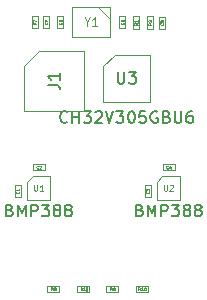
<source format=gbr>
%TF.GenerationSoftware,KiCad,Pcbnew,8.0.6-8.0.6-0~ubuntu20.04.1*%
%TF.CreationDate,2024-11-07T01:45:43+05:00*%
%TF.ProjectId,AH3,4148332e-6b69-4636-9164-5f7063625858,rev?*%
%TF.SameCoordinates,Original*%
%TF.FileFunction,AssemblyDrawing,Top*%
%FSLAX46Y46*%
G04 Gerber Fmt 4.6, Leading zero omitted, Abs format (unit mm)*
G04 Created by KiCad (PCBNEW 8.0.6-8.0.6-0~ubuntu20.04.1) date 2024-11-07 01:45:43*
%MOMM*%
%LPD*%
G01*
G04 APERTURE LIST*
%ADD10C,0.150000*%
%ADD11C,0.040000*%
%ADD12C,0.080000*%
%ADD13C,0.105000*%
%ADD14C,0.100000*%
G04 APERTURE END LIST*
D10*
X133938690Y-91389580D02*
X133891071Y-91437200D01*
X133891071Y-91437200D02*
X133748214Y-91484819D01*
X133748214Y-91484819D02*
X133652976Y-91484819D01*
X133652976Y-91484819D02*
X133510119Y-91437200D01*
X133510119Y-91437200D02*
X133414881Y-91341961D01*
X133414881Y-91341961D02*
X133367262Y-91246723D01*
X133367262Y-91246723D02*
X133319643Y-91056247D01*
X133319643Y-91056247D02*
X133319643Y-90913390D01*
X133319643Y-90913390D02*
X133367262Y-90722914D01*
X133367262Y-90722914D02*
X133414881Y-90627676D01*
X133414881Y-90627676D02*
X133510119Y-90532438D01*
X133510119Y-90532438D02*
X133652976Y-90484819D01*
X133652976Y-90484819D02*
X133748214Y-90484819D01*
X133748214Y-90484819D02*
X133891071Y-90532438D01*
X133891071Y-90532438D02*
X133938690Y-90580057D01*
X134367262Y-91484819D02*
X134367262Y-90484819D01*
X134367262Y-90961009D02*
X134938690Y-90961009D01*
X134938690Y-91484819D02*
X134938690Y-90484819D01*
X135319643Y-90484819D02*
X135938690Y-90484819D01*
X135938690Y-90484819D02*
X135605357Y-90865771D01*
X135605357Y-90865771D02*
X135748214Y-90865771D01*
X135748214Y-90865771D02*
X135843452Y-90913390D01*
X135843452Y-90913390D02*
X135891071Y-90961009D01*
X135891071Y-90961009D02*
X135938690Y-91056247D01*
X135938690Y-91056247D02*
X135938690Y-91294342D01*
X135938690Y-91294342D02*
X135891071Y-91389580D01*
X135891071Y-91389580D02*
X135843452Y-91437200D01*
X135843452Y-91437200D02*
X135748214Y-91484819D01*
X135748214Y-91484819D02*
X135462500Y-91484819D01*
X135462500Y-91484819D02*
X135367262Y-91437200D01*
X135367262Y-91437200D02*
X135319643Y-91389580D01*
X136319643Y-90580057D02*
X136367262Y-90532438D01*
X136367262Y-90532438D02*
X136462500Y-90484819D01*
X136462500Y-90484819D02*
X136700595Y-90484819D01*
X136700595Y-90484819D02*
X136795833Y-90532438D01*
X136795833Y-90532438D02*
X136843452Y-90580057D01*
X136843452Y-90580057D02*
X136891071Y-90675295D01*
X136891071Y-90675295D02*
X136891071Y-90770533D01*
X136891071Y-90770533D02*
X136843452Y-90913390D01*
X136843452Y-90913390D02*
X136272024Y-91484819D01*
X136272024Y-91484819D02*
X136891071Y-91484819D01*
X137176786Y-90484819D02*
X137510119Y-91484819D01*
X137510119Y-91484819D02*
X137843452Y-90484819D01*
X138081548Y-90484819D02*
X138700595Y-90484819D01*
X138700595Y-90484819D02*
X138367262Y-90865771D01*
X138367262Y-90865771D02*
X138510119Y-90865771D01*
X138510119Y-90865771D02*
X138605357Y-90913390D01*
X138605357Y-90913390D02*
X138652976Y-90961009D01*
X138652976Y-90961009D02*
X138700595Y-91056247D01*
X138700595Y-91056247D02*
X138700595Y-91294342D01*
X138700595Y-91294342D02*
X138652976Y-91389580D01*
X138652976Y-91389580D02*
X138605357Y-91437200D01*
X138605357Y-91437200D02*
X138510119Y-91484819D01*
X138510119Y-91484819D02*
X138224405Y-91484819D01*
X138224405Y-91484819D02*
X138129167Y-91437200D01*
X138129167Y-91437200D02*
X138081548Y-91389580D01*
X139319643Y-90484819D02*
X139414881Y-90484819D01*
X139414881Y-90484819D02*
X139510119Y-90532438D01*
X139510119Y-90532438D02*
X139557738Y-90580057D01*
X139557738Y-90580057D02*
X139605357Y-90675295D01*
X139605357Y-90675295D02*
X139652976Y-90865771D01*
X139652976Y-90865771D02*
X139652976Y-91103866D01*
X139652976Y-91103866D02*
X139605357Y-91294342D01*
X139605357Y-91294342D02*
X139557738Y-91389580D01*
X139557738Y-91389580D02*
X139510119Y-91437200D01*
X139510119Y-91437200D02*
X139414881Y-91484819D01*
X139414881Y-91484819D02*
X139319643Y-91484819D01*
X139319643Y-91484819D02*
X139224405Y-91437200D01*
X139224405Y-91437200D02*
X139176786Y-91389580D01*
X139176786Y-91389580D02*
X139129167Y-91294342D01*
X139129167Y-91294342D02*
X139081548Y-91103866D01*
X139081548Y-91103866D02*
X139081548Y-90865771D01*
X139081548Y-90865771D02*
X139129167Y-90675295D01*
X139129167Y-90675295D02*
X139176786Y-90580057D01*
X139176786Y-90580057D02*
X139224405Y-90532438D01*
X139224405Y-90532438D02*
X139319643Y-90484819D01*
X140557738Y-90484819D02*
X140081548Y-90484819D01*
X140081548Y-90484819D02*
X140033929Y-90961009D01*
X140033929Y-90961009D02*
X140081548Y-90913390D01*
X140081548Y-90913390D02*
X140176786Y-90865771D01*
X140176786Y-90865771D02*
X140414881Y-90865771D01*
X140414881Y-90865771D02*
X140510119Y-90913390D01*
X140510119Y-90913390D02*
X140557738Y-90961009D01*
X140557738Y-90961009D02*
X140605357Y-91056247D01*
X140605357Y-91056247D02*
X140605357Y-91294342D01*
X140605357Y-91294342D02*
X140557738Y-91389580D01*
X140557738Y-91389580D02*
X140510119Y-91437200D01*
X140510119Y-91437200D02*
X140414881Y-91484819D01*
X140414881Y-91484819D02*
X140176786Y-91484819D01*
X140176786Y-91484819D02*
X140081548Y-91437200D01*
X140081548Y-91437200D02*
X140033929Y-91389580D01*
X141557738Y-90532438D02*
X141462500Y-90484819D01*
X141462500Y-90484819D02*
X141319643Y-90484819D01*
X141319643Y-90484819D02*
X141176786Y-90532438D01*
X141176786Y-90532438D02*
X141081548Y-90627676D01*
X141081548Y-90627676D02*
X141033929Y-90722914D01*
X141033929Y-90722914D02*
X140986310Y-90913390D01*
X140986310Y-90913390D02*
X140986310Y-91056247D01*
X140986310Y-91056247D02*
X141033929Y-91246723D01*
X141033929Y-91246723D02*
X141081548Y-91341961D01*
X141081548Y-91341961D02*
X141176786Y-91437200D01*
X141176786Y-91437200D02*
X141319643Y-91484819D01*
X141319643Y-91484819D02*
X141414881Y-91484819D01*
X141414881Y-91484819D02*
X141557738Y-91437200D01*
X141557738Y-91437200D02*
X141605357Y-91389580D01*
X141605357Y-91389580D02*
X141605357Y-91056247D01*
X141605357Y-91056247D02*
X141414881Y-91056247D01*
X142367262Y-90961009D02*
X142510119Y-91008628D01*
X142510119Y-91008628D02*
X142557738Y-91056247D01*
X142557738Y-91056247D02*
X142605357Y-91151485D01*
X142605357Y-91151485D02*
X142605357Y-91294342D01*
X142605357Y-91294342D02*
X142557738Y-91389580D01*
X142557738Y-91389580D02*
X142510119Y-91437200D01*
X142510119Y-91437200D02*
X142414881Y-91484819D01*
X142414881Y-91484819D02*
X142033929Y-91484819D01*
X142033929Y-91484819D02*
X142033929Y-90484819D01*
X142033929Y-90484819D02*
X142367262Y-90484819D01*
X142367262Y-90484819D02*
X142462500Y-90532438D01*
X142462500Y-90532438D02*
X142510119Y-90580057D01*
X142510119Y-90580057D02*
X142557738Y-90675295D01*
X142557738Y-90675295D02*
X142557738Y-90770533D01*
X142557738Y-90770533D02*
X142510119Y-90865771D01*
X142510119Y-90865771D02*
X142462500Y-90913390D01*
X142462500Y-90913390D02*
X142367262Y-90961009D01*
X142367262Y-90961009D02*
X142033929Y-90961009D01*
X143033929Y-90484819D02*
X143033929Y-91294342D01*
X143033929Y-91294342D02*
X143081548Y-91389580D01*
X143081548Y-91389580D02*
X143129167Y-91437200D01*
X143129167Y-91437200D02*
X143224405Y-91484819D01*
X143224405Y-91484819D02*
X143414881Y-91484819D01*
X143414881Y-91484819D02*
X143510119Y-91437200D01*
X143510119Y-91437200D02*
X143557738Y-91389580D01*
X143557738Y-91389580D02*
X143605357Y-91294342D01*
X143605357Y-91294342D02*
X143605357Y-90484819D01*
X144510119Y-90484819D02*
X144319643Y-90484819D01*
X144319643Y-90484819D02*
X144224405Y-90532438D01*
X144224405Y-90532438D02*
X144176786Y-90580057D01*
X144176786Y-90580057D02*
X144081548Y-90722914D01*
X144081548Y-90722914D02*
X144033929Y-90913390D01*
X144033929Y-90913390D02*
X144033929Y-91294342D01*
X144033929Y-91294342D02*
X144081548Y-91389580D01*
X144081548Y-91389580D02*
X144129167Y-91437200D01*
X144129167Y-91437200D02*
X144224405Y-91484819D01*
X144224405Y-91484819D02*
X144414881Y-91484819D01*
X144414881Y-91484819D02*
X144510119Y-91437200D01*
X144510119Y-91437200D02*
X144557738Y-91389580D01*
X144557738Y-91389580D02*
X144605357Y-91294342D01*
X144605357Y-91294342D02*
X144605357Y-91056247D01*
X144605357Y-91056247D02*
X144557738Y-90961009D01*
X144557738Y-90961009D02*
X144510119Y-90913390D01*
X144510119Y-90913390D02*
X144414881Y-90865771D01*
X144414881Y-90865771D02*
X144224405Y-90865771D01*
X144224405Y-90865771D02*
X144129167Y-90913390D01*
X144129167Y-90913390D02*
X144081548Y-90961009D01*
X144081548Y-90961009D02*
X144033929Y-91056247D01*
X138200595Y-87154819D02*
X138200595Y-87964342D01*
X138200595Y-87964342D02*
X138248214Y-88059580D01*
X138248214Y-88059580D02*
X138295833Y-88107200D01*
X138295833Y-88107200D02*
X138391071Y-88154819D01*
X138391071Y-88154819D02*
X138581547Y-88154819D01*
X138581547Y-88154819D02*
X138676785Y-88107200D01*
X138676785Y-88107200D02*
X138724404Y-88059580D01*
X138724404Y-88059580D02*
X138772023Y-87964342D01*
X138772023Y-87964342D02*
X138772023Y-87154819D01*
X139152976Y-87154819D02*
X139772023Y-87154819D01*
X139772023Y-87154819D02*
X139438690Y-87535771D01*
X139438690Y-87535771D02*
X139581547Y-87535771D01*
X139581547Y-87535771D02*
X139676785Y-87583390D01*
X139676785Y-87583390D02*
X139724404Y-87631009D01*
X139724404Y-87631009D02*
X139772023Y-87726247D01*
X139772023Y-87726247D02*
X139772023Y-87964342D01*
X139772023Y-87964342D02*
X139724404Y-88059580D01*
X139724404Y-88059580D02*
X139676785Y-88107200D01*
X139676785Y-88107200D02*
X139581547Y-88154819D01*
X139581547Y-88154819D02*
X139295833Y-88154819D01*
X139295833Y-88154819D02*
X139200595Y-88107200D01*
X139200595Y-88107200D02*
X139152976Y-88059580D01*
D11*
X129839765Y-97291666D02*
X129851670Y-97303570D01*
X129851670Y-97303570D02*
X129863574Y-97339285D01*
X129863574Y-97339285D02*
X129863574Y-97363094D01*
X129863574Y-97363094D02*
X129851670Y-97398808D01*
X129851670Y-97398808D02*
X129827860Y-97422618D01*
X129827860Y-97422618D02*
X129804050Y-97434523D01*
X129804050Y-97434523D02*
X129756431Y-97446427D01*
X129756431Y-97446427D02*
X129720717Y-97446427D01*
X129720717Y-97446427D02*
X129673098Y-97434523D01*
X129673098Y-97434523D02*
X129649289Y-97422618D01*
X129649289Y-97422618D02*
X129625479Y-97398808D01*
X129625479Y-97398808D02*
X129613574Y-97363094D01*
X129613574Y-97363094D02*
X129613574Y-97339285D01*
X129613574Y-97339285D02*
X129625479Y-97303570D01*
X129625479Y-97303570D02*
X129637384Y-97291666D01*
X129863574Y-97053570D02*
X129863574Y-97196427D01*
X129863574Y-97124999D02*
X129613574Y-97124999D01*
X129613574Y-97124999D02*
X129649289Y-97148808D01*
X129649289Y-97148808D02*
X129673098Y-97172618D01*
X129673098Y-97172618D02*
X129685003Y-97196427D01*
X137706667Y-105668200D02*
X137620000Y-105544391D01*
X137558095Y-105668200D02*
X137558095Y-105408200D01*
X137558095Y-105408200D02*
X137657143Y-105408200D01*
X137657143Y-105408200D02*
X137681905Y-105420581D01*
X137681905Y-105420581D02*
X137694286Y-105432962D01*
X137694286Y-105432962D02*
X137706667Y-105457724D01*
X137706667Y-105457724D02*
X137706667Y-105494867D01*
X137706667Y-105494867D02*
X137694286Y-105519629D01*
X137694286Y-105519629D02*
X137681905Y-105532010D01*
X137681905Y-105532010D02*
X137657143Y-105544391D01*
X137657143Y-105544391D02*
X137558095Y-105544391D01*
X137830476Y-105668200D02*
X137880000Y-105668200D01*
X137880000Y-105668200D02*
X137904762Y-105655820D01*
X137904762Y-105655820D02*
X137917143Y-105643439D01*
X137917143Y-105643439D02*
X137941905Y-105606296D01*
X137941905Y-105606296D02*
X137954286Y-105556772D01*
X137954286Y-105556772D02*
X137954286Y-105457724D01*
X137954286Y-105457724D02*
X137941905Y-105432962D01*
X137941905Y-105432962D02*
X137929524Y-105420581D01*
X137929524Y-105420581D02*
X137904762Y-105408200D01*
X137904762Y-105408200D02*
X137855238Y-105408200D01*
X137855238Y-105408200D02*
X137830476Y-105420581D01*
X137830476Y-105420581D02*
X137818095Y-105432962D01*
X137818095Y-105432962D02*
X137805714Y-105457724D01*
X137805714Y-105457724D02*
X137805714Y-105519629D01*
X137805714Y-105519629D02*
X137818095Y-105544391D01*
X137818095Y-105544391D02*
X137830476Y-105556772D01*
X137830476Y-105556772D02*
X137855238Y-105569153D01*
X137855238Y-105569153D02*
X137904762Y-105569153D01*
X137904762Y-105569153D02*
X137929524Y-105556772D01*
X137929524Y-105556772D02*
X137941905Y-105544391D01*
X137941905Y-105544391D02*
X137954286Y-105519629D01*
D10*
X140071428Y-98868509D02*
X140214285Y-98916128D01*
X140214285Y-98916128D02*
X140261904Y-98963747D01*
X140261904Y-98963747D02*
X140309523Y-99058985D01*
X140309523Y-99058985D02*
X140309523Y-99201842D01*
X140309523Y-99201842D02*
X140261904Y-99297080D01*
X140261904Y-99297080D02*
X140214285Y-99344700D01*
X140214285Y-99344700D02*
X140119047Y-99392319D01*
X140119047Y-99392319D02*
X139738095Y-99392319D01*
X139738095Y-99392319D02*
X139738095Y-98392319D01*
X139738095Y-98392319D02*
X140071428Y-98392319D01*
X140071428Y-98392319D02*
X140166666Y-98439938D01*
X140166666Y-98439938D02*
X140214285Y-98487557D01*
X140214285Y-98487557D02*
X140261904Y-98582795D01*
X140261904Y-98582795D02*
X140261904Y-98678033D01*
X140261904Y-98678033D02*
X140214285Y-98773271D01*
X140214285Y-98773271D02*
X140166666Y-98820890D01*
X140166666Y-98820890D02*
X140071428Y-98868509D01*
X140071428Y-98868509D02*
X139738095Y-98868509D01*
X140738095Y-99392319D02*
X140738095Y-98392319D01*
X140738095Y-98392319D02*
X141071428Y-99106604D01*
X141071428Y-99106604D02*
X141404761Y-98392319D01*
X141404761Y-98392319D02*
X141404761Y-99392319D01*
X141880952Y-99392319D02*
X141880952Y-98392319D01*
X141880952Y-98392319D02*
X142261904Y-98392319D01*
X142261904Y-98392319D02*
X142357142Y-98439938D01*
X142357142Y-98439938D02*
X142404761Y-98487557D01*
X142404761Y-98487557D02*
X142452380Y-98582795D01*
X142452380Y-98582795D02*
X142452380Y-98725652D01*
X142452380Y-98725652D02*
X142404761Y-98820890D01*
X142404761Y-98820890D02*
X142357142Y-98868509D01*
X142357142Y-98868509D02*
X142261904Y-98916128D01*
X142261904Y-98916128D02*
X141880952Y-98916128D01*
X142785714Y-98392319D02*
X143404761Y-98392319D01*
X143404761Y-98392319D02*
X143071428Y-98773271D01*
X143071428Y-98773271D02*
X143214285Y-98773271D01*
X143214285Y-98773271D02*
X143309523Y-98820890D01*
X143309523Y-98820890D02*
X143357142Y-98868509D01*
X143357142Y-98868509D02*
X143404761Y-98963747D01*
X143404761Y-98963747D02*
X143404761Y-99201842D01*
X143404761Y-99201842D02*
X143357142Y-99297080D01*
X143357142Y-99297080D02*
X143309523Y-99344700D01*
X143309523Y-99344700D02*
X143214285Y-99392319D01*
X143214285Y-99392319D02*
X142928571Y-99392319D01*
X142928571Y-99392319D02*
X142833333Y-99344700D01*
X142833333Y-99344700D02*
X142785714Y-99297080D01*
X143976190Y-98820890D02*
X143880952Y-98773271D01*
X143880952Y-98773271D02*
X143833333Y-98725652D01*
X143833333Y-98725652D02*
X143785714Y-98630414D01*
X143785714Y-98630414D02*
X143785714Y-98582795D01*
X143785714Y-98582795D02*
X143833333Y-98487557D01*
X143833333Y-98487557D02*
X143880952Y-98439938D01*
X143880952Y-98439938D02*
X143976190Y-98392319D01*
X143976190Y-98392319D02*
X144166666Y-98392319D01*
X144166666Y-98392319D02*
X144261904Y-98439938D01*
X144261904Y-98439938D02*
X144309523Y-98487557D01*
X144309523Y-98487557D02*
X144357142Y-98582795D01*
X144357142Y-98582795D02*
X144357142Y-98630414D01*
X144357142Y-98630414D02*
X144309523Y-98725652D01*
X144309523Y-98725652D02*
X144261904Y-98773271D01*
X144261904Y-98773271D02*
X144166666Y-98820890D01*
X144166666Y-98820890D02*
X143976190Y-98820890D01*
X143976190Y-98820890D02*
X143880952Y-98868509D01*
X143880952Y-98868509D02*
X143833333Y-98916128D01*
X143833333Y-98916128D02*
X143785714Y-99011366D01*
X143785714Y-99011366D02*
X143785714Y-99201842D01*
X143785714Y-99201842D02*
X143833333Y-99297080D01*
X143833333Y-99297080D02*
X143880952Y-99344700D01*
X143880952Y-99344700D02*
X143976190Y-99392319D01*
X143976190Y-99392319D02*
X144166666Y-99392319D01*
X144166666Y-99392319D02*
X144261904Y-99344700D01*
X144261904Y-99344700D02*
X144309523Y-99297080D01*
X144309523Y-99297080D02*
X144357142Y-99201842D01*
X144357142Y-99201842D02*
X144357142Y-99011366D01*
X144357142Y-99011366D02*
X144309523Y-98916128D01*
X144309523Y-98916128D02*
X144261904Y-98868509D01*
X144261904Y-98868509D02*
X144166666Y-98820890D01*
X144928571Y-98820890D02*
X144833333Y-98773271D01*
X144833333Y-98773271D02*
X144785714Y-98725652D01*
X144785714Y-98725652D02*
X144738095Y-98630414D01*
X144738095Y-98630414D02*
X144738095Y-98582795D01*
X144738095Y-98582795D02*
X144785714Y-98487557D01*
X144785714Y-98487557D02*
X144833333Y-98439938D01*
X144833333Y-98439938D02*
X144928571Y-98392319D01*
X144928571Y-98392319D02*
X145119047Y-98392319D01*
X145119047Y-98392319D02*
X145214285Y-98439938D01*
X145214285Y-98439938D02*
X145261904Y-98487557D01*
X145261904Y-98487557D02*
X145309523Y-98582795D01*
X145309523Y-98582795D02*
X145309523Y-98630414D01*
X145309523Y-98630414D02*
X145261904Y-98725652D01*
X145261904Y-98725652D02*
X145214285Y-98773271D01*
X145214285Y-98773271D02*
X145119047Y-98820890D01*
X145119047Y-98820890D02*
X144928571Y-98820890D01*
X144928571Y-98820890D02*
X144833333Y-98868509D01*
X144833333Y-98868509D02*
X144785714Y-98916128D01*
X144785714Y-98916128D02*
X144738095Y-99011366D01*
X144738095Y-99011366D02*
X144738095Y-99201842D01*
X144738095Y-99201842D02*
X144785714Y-99297080D01*
X144785714Y-99297080D02*
X144833333Y-99344700D01*
X144833333Y-99344700D02*
X144928571Y-99392319D01*
X144928571Y-99392319D02*
X145119047Y-99392319D01*
X145119047Y-99392319D02*
X145214285Y-99344700D01*
X145214285Y-99344700D02*
X145261904Y-99297080D01*
X145261904Y-99297080D02*
X145309523Y-99201842D01*
X145309523Y-99201842D02*
X145309523Y-99011366D01*
X145309523Y-99011366D02*
X145261904Y-98916128D01*
X145261904Y-98916128D02*
X145214285Y-98868509D01*
X145214285Y-98868509D02*
X145119047Y-98820890D01*
D12*
X142119047Y-96714649D02*
X142119047Y-97119411D01*
X142119047Y-97119411D02*
X142142857Y-97167030D01*
X142142857Y-97167030D02*
X142166666Y-97190840D01*
X142166666Y-97190840D02*
X142214285Y-97214649D01*
X142214285Y-97214649D02*
X142309523Y-97214649D01*
X142309523Y-97214649D02*
X142357142Y-97190840D01*
X142357142Y-97190840D02*
X142380952Y-97167030D01*
X142380952Y-97167030D02*
X142404761Y-97119411D01*
X142404761Y-97119411D02*
X142404761Y-96714649D01*
X142619048Y-96762268D02*
X142642857Y-96738459D01*
X142642857Y-96738459D02*
X142690476Y-96714649D01*
X142690476Y-96714649D02*
X142809524Y-96714649D01*
X142809524Y-96714649D02*
X142857143Y-96738459D01*
X142857143Y-96738459D02*
X142880952Y-96762268D01*
X142880952Y-96762268D02*
X142904762Y-96809887D01*
X142904762Y-96809887D02*
X142904762Y-96857506D01*
X142904762Y-96857506D02*
X142880952Y-96928935D01*
X142880952Y-96928935D02*
X142595238Y-97214649D01*
X142595238Y-97214649D02*
X142904762Y-97214649D01*
D11*
X138689765Y-82991666D02*
X138701670Y-83003570D01*
X138701670Y-83003570D02*
X138713574Y-83039285D01*
X138713574Y-83039285D02*
X138713574Y-83063094D01*
X138713574Y-83063094D02*
X138701670Y-83098808D01*
X138701670Y-83098808D02*
X138677860Y-83122618D01*
X138677860Y-83122618D02*
X138654050Y-83134523D01*
X138654050Y-83134523D02*
X138606431Y-83146427D01*
X138606431Y-83146427D02*
X138570717Y-83146427D01*
X138570717Y-83146427D02*
X138523098Y-83134523D01*
X138523098Y-83134523D02*
X138499289Y-83122618D01*
X138499289Y-83122618D02*
X138475479Y-83098808D01*
X138475479Y-83098808D02*
X138463574Y-83063094D01*
X138463574Y-83063094D02*
X138463574Y-83039285D01*
X138463574Y-83039285D02*
X138475479Y-83003570D01*
X138475479Y-83003570D02*
X138487384Y-82991666D01*
X138463574Y-82765475D02*
X138463574Y-82884523D01*
X138463574Y-82884523D02*
X138582622Y-82896427D01*
X138582622Y-82896427D02*
X138570717Y-82884523D01*
X138570717Y-82884523D02*
X138558812Y-82860713D01*
X138558812Y-82860713D02*
X138558812Y-82801189D01*
X138558812Y-82801189D02*
X138570717Y-82777380D01*
X138570717Y-82777380D02*
X138582622Y-82765475D01*
X138582622Y-82765475D02*
X138606431Y-82753570D01*
X138606431Y-82753570D02*
X138665955Y-82753570D01*
X138665955Y-82753570D02*
X138689765Y-82765475D01*
X138689765Y-82765475D02*
X138701670Y-82777380D01*
X138701670Y-82777380D02*
X138713574Y-82801189D01*
X138713574Y-82801189D02*
X138713574Y-82860713D01*
X138713574Y-82860713D02*
X138701670Y-82884523D01*
X138701670Y-82884523D02*
X138689765Y-82896427D01*
X142039765Y-83041666D02*
X142051670Y-83053570D01*
X142051670Y-83053570D02*
X142063574Y-83089285D01*
X142063574Y-83089285D02*
X142063574Y-83113094D01*
X142063574Y-83113094D02*
X142051670Y-83148808D01*
X142051670Y-83148808D02*
X142027860Y-83172618D01*
X142027860Y-83172618D02*
X142004050Y-83184523D01*
X142004050Y-83184523D02*
X141956431Y-83196427D01*
X141956431Y-83196427D02*
X141920717Y-83196427D01*
X141920717Y-83196427D02*
X141873098Y-83184523D01*
X141873098Y-83184523D02*
X141849289Y-83172618D01*
X141849289Y-83172618D02*
X141825479Y-83148808D01*
X141825479Y-83148808D02*
X141813574Y-83113094D01*
X141813574Y-83113094D02*
X141813574Y-83089285D01*
X141813574Y-83089285D02*
X141825479Y-83053570D01*
X141825479Y-83053570D02*
X141837384Y-83041666D01*
X141920717Y-82898808D02*
X141908812Y-82922618D01*
X141908812Y-82922618D02*
X141896908Y-82934523D01*
X141896908Y-82934523D02*
X141873098Y-82946427D01*
X141873098Y-82946427D02*
X141861193Y-82946427D01*
X141861193Y-82946427D02*
X141837384Y-82934523D01*
X141837384Y-82934523D02*
X141825479Y-82922618D01*
X141825479Y-82922618D02*
X141813574Y-82898808D01*
X141813574Y-82898808D02*
X141813574Y-82851189D01*
X141813574Y-82851189D02*
X141825479Y-82827380D01*
X141825479Y-82827380D02*
X141837384Y-82815475D01*
X141837384Y-82815475D02*
X141861193Y-82803570D01*
X141861193Y-82803570D02*
X141873098Y-82803570D01*
X141873098Y-82803570D02*
X141896908Y-82815475D01*
X141896908Y-82815475D02*
X141908812Y-82827380D01*
X141908812Y-82827380D02*
X141920717Y-82851189D01*
X141920717Y-82851189D02*
X141920717Y-82898808D01*
X141920717Y-82898808D02*
X141932622Y-82922618D01*
X141932622Y-82922618D02*
X141944527Y-82934523D01*
X141944527Y-82934523D02*
X141968336Y-82946427D01*
X141968336Y-82946427D02*
X142015955Y-82946427D01*
X142015955Y-82946427D02*
X142039765Y-82934523D01*
X142039765Y-82934523D02*
X142051670Y-82922618D01*
X142051670Y-82922618D02*
X142063574Y-82898808D01*
X142063574Y-82898808D02*
X142063574Y-82851189D01*
X142063574Y-82851189D02*
X142051670Y-82827380D01*
X142051670Y-82827380D02*
X142039765Y-82815475D01*
X142039765Y-82815475D02*
X142015955Y-82803570D01*
X142015955Y-82803570D02*
X141968336Y-82803570D01*
X141968336Y-82803570D02*
X141944527Y-82815475D01*
X141944527Y-82815475D02*
X141932622Y-82827380D01*
X141932622Y-82827380D02*
X141920717Y-82851189D01*
D10*
X132284819Y-88263333D02*
X132999104Y-88263333D01*
X132999104Y-88263333D02*
X133141961Y-88310952D01*
X133141961Y-88310952D02*
X133237200Y-88406190D01*
X133237200Y-88406190D02*
X133284819Y-88549047D01*
X133284819Y-88549047D02*
X133284819Y-88644285D01*
X133284819Y-87263333D02*
X133284819Y-87834761D01*
X133284819Y-87549047D02*
X132284819Y-87549047D01*
X132284819Y-87549047D02*
X132427676Y-87644285D01*
X132427676Y-87644285D02*
X132522914Y-87739523D01*
X132522914Y-87739523D02*
X132570533Y-87834761D01*
D11*
X139888200Y-83013332D02*
X139764391Y-83099999D01*
X139888200Y-83161904D02*
X139628200Y-83161904D01*
X139628200Y-83161904D02*
X139628200Y-83062856D01*
X139628200Y-83062856D02*
X139640581Y-83038094D01*
X139640581Y-83038094D02*
X139652962Y-83025713D01*
X139652962Y-83025713D02*
X139677724Y-83013332D01*
X139677724Y-83013332D02*
X139714867Y-83013332D01*
X139714867Y-83013332D02*
X139739629Y-83025713D01*
X139739629Y-83025713D02*
X139752010Y-83038094D01*
X139752010Y-83038094D02*
X139764391Y-83062856D01*
X139764391Y-83062856D02*
X139764391Y-83161904D01*
X139888200Y-82765713D02*
X139888200Y-82914285D01*
X139888200Y-82839999D02*
X139628200Y-82839999D01*
X139628200Y-82839999D02*
X139665343Y-82864761D01*
X139665343Y-82864761D02*
X139690105Y-82889523D01*
X139690105Y-82889523D02*
X139702486Y-82914285D01*
X140082857Y-105668200D02*
X139996190Y-105544391D01*
X139934285Y-105668200D02*
X139934285Y-105408200D01*
X139934285Y-105408200D02*
X140033333Y-105408200D01*
X140033333Y-105408200D02*
X140058095Y-105420581D01*
X140058095Y-105420581D02*
X140070476Y-105432962D01*
X140070476Y-105432962D02*
X140082857Y-105457724D01*
X140082857Y-105457724D02*
X140082857Y-105494867D01*
X140082857Y-105494867D02*
X140070476Y-105519629D01*
X140070476Y-105519629D02*
X140058095Y-105532010D01*
X140058095Y-105532010D02*
X140033333Y-105544391D01*
X140033333Y-105544391D02*
X139934285Y-105544391D01*
X140330476Y-105668200D02*
X140181904Y-105668200D01*
X140256190Y-105668200D02*
X140256190Y-105408200D01*
X140256190Y-105408200D02*
X140231428Y-105445343D01*
X140231428Y-105445343D02*
X140206666Y-105470105D01*
X140206666Y-105470105D02*
X140181904Y-105482486D01*
X140491428Y-105408200D02*
X140516190Y-105408200D01*
X140516190Y-105408200D02*
X140540952Y-105420581D01*
X140540952Y-105420581D02*
X140553333Y-105432962D01*
X140553333Y-105432962D02*
X140565714Y-105457724D01*
X140565714Y-105457724D02*
X140578095Y-105507248D01*
X140578095Y-105507248D02*
X140578095Y-105569153D01*
X140578095Y-105569153D02*
X140565714Y-105618677D01*
X140565714Y-105618677D02*
X140553333Y-105643439D01*
X140553333Y-105643439D02*
X140540952Y-105655820D01*
X140540952Y-105655820D02*
X140516190Y-105668200D01*
X140516190Y-105668200D02*
X140491428Y-105668200D01*
X140491428Y-105668200D02*
X140466666Y-105655820D01*
X140466666Y-105655820D02*
X140454285Y-105643439D01*
X140454285Y-105643439D02*
X140441904Y-105618677D01*
X140441904Y-105618677D02*
X140429523Y-105569153D01*
X140429523Y-105569153D02*
X140429523Y-105507248D01*
X140429523Y-105507248D02*
X140441904Y-105457724D01*
X140441904Y-105457724D02*
X140454285Y-105432962D01*
X140454285Y-105432962D02*
X140466666Y-105420581D01*
X140466666Y-105420581D02*
X140491428Y-105408200D01*
X140839765Y-97299166D02*
X140851670Y-97311070D01*
X140851670Y-97311070D02*
X140863574Y-97346785D01*
X140863574Y-97346785D02*
X140863574Y-97370594D01*
X140863574Y-97370594D02*
X140851670Y-97406308D01*
X140851670Y-97406308D02*
X140827860Y-97430118D01*
X140827860Y-97430118D02*
X140804050Y-97442023D01*
X140804050Y-97442023D02*
X140756431Y-97453927D01*
X140756431Y-97453927D02*
X140720717Y-97453927D01*
X140720717Y-97453927D02*
X140673098Y-97442023D01*
X140673098Y-97442023D02*
X140649289Y-97430118D01*
X140649289Y-97430118D02*
X140625479Y-97406308D01*
X140625479Y-97406308D02*
X140613574Y-97370594D01*
X140613574Y-97370594D02*
X140613574Y-97346785D01*
X140613574Y-97346785D02*
X140625479Y-97311070D01*
X140625479Y-97311070D02*
X140637384Y-97299166D01*
X140613574Y-97215832D02*
X140613574Y-97061070D01*
X140613574Y-97061070D02*
X140708812Y-97144404D01*
X140708812Y-97144404D02*
X140708812Y-97108689D01*
X140708812Y-97108689D02*
X140720717Y-97084880D01*
X140720717Y-97084880D02*
X140732622Y-97072975D01*
X140732622Y-97072975D02*
X140756431Y-97061070D01*
X140756431Y-97061070D02*
X140815955Y-97061070D01*
X140815955Y-97061070D02*
X140839765Y-97072975D01*
X140839765Y-97072975D02*
X140851670Y-97084880D01*
X140851670Y-97084880D02*
X140863574Y-97108689D01*
X140863574Y-97108689D02*
X140863574Y-97180118D01*
X140863574Y-97180118D02*
X140851670Y-97203927D01*
X140851670Y-97203927D02*
X140839765Y-97215832D01*
X132239765Y-82991666D02*
X132251670Y-83003570D01*
X132251670Y-83003570D02*
X132263574Y-83039285D01*
X132263574Y-83039285D02*
X132263574Y-83063094D01*
X132263574Y-83063094D02*
X132251670Y-83098808D01*
X132251670Y-83098808D02*
X132227860Y-83122618D01*
X132227860Y-83122618D02*
X132204050Y-83134523D01*
X132204050Y-83134523D02*
X132156431Y-83146427D01*
X132156431Y-83146427D02*
X132120717Y-83146427D01*
X132120717Y-83146427D02*
X132073098Y-83134523D01*
X132073098Y-83134523D02*
X132049289Y-83122618D01*
X132049289Y-83122618D02*
X132025479Y-83098808D01*
X132025479Y-83098808D02*
X132013574Y-83063094D01*
X132013574Y-83063094D02*
X132013574Y-83039285D01*
X132013574Y-83039285D02*
X132025479Y-83003570D01*
X132025479Y-83003570D02*
X132037384Y-82991666D01*
X132013574Y-82908332D02*
X132013574Y-82741666D01*
X132013574Y-82741666D02*
X132263574Y-82848808D01*
X131478333Y-95339765D02*
X131466429Y-95351670D01*
X131466429Y-95351670D02*
X131430714Y-95363574D01*
X131430714Y-95363574D02*
X131406905Y-95363574D01*
X131406905Y-95363574D02*
X131371191Y-95351670D01*
X131371191Y-95351670D02*
X131347381Y-95327860D01*
X131347381Y-95327860D02*
X131335476Y-95304050D01*
X131335476Y-95304050D02*
X131323572Y-95256431D01*
X131323572Y-95256431D02*
X131323572Y-95220717D01*
X131323572Y-95220717D02*
X131335476Y-95173098D01*
X131335476Y-95173098D02*
X131347381Y-95149289D01*
X131347381Y-95149289D02*
X131371191Y-95125479D01*
X131371191Y-95125479D02*
X131406905Y-95113574D01*
X131406905Y-95113574D02*
X131430714Y-95113574D01*
X131430714Y-95113574D02*
X131466429Y-95125479D01*
X131466429Y-95125479D02*
X131478333Y-95137384D01*
X131573572Y-95137384D02*
X131585476Y-95125479D01*
X131585476Y-95125479D02*
X131609286Y-95113574D01*
X131609286Y-95113574D02*
X131668810Y-95113574D01*
X131668810Y-95113574D02*
X131692619Y-95125479D01*
X131692619Y-95125479D02*
X131704524Y-95137384D01*
X131704524Y-95137384D02*
X131716429Y-95161193D01*
X131716429Y-95161193D02*
X131716429Y-95185003D01*
X131716429Y-95185003D02*
X131704524Y-95220717D01*
X131704524Y-95220717D02*
X131561667Y-95363574D01*
X131561667Y-95363574D02*
X131716429Y-95363574D01*
X135065476Y-105663574D02*
X135065476Y-105413574D01*
X135065476Y-105413574D02*
X135125000Y-105413574D01*
X135125000Y-105413574D02*
X135160714Y-105425479D01*
X135160714Y-105425479D02*
X135184524Y-105449289D01*
X135184524Y-105449289D02*
X135196429Y-105473098D01*
X135196429Y-105473098D02*
X135208333Y-105520717D01*
X135208333Y-105520717D02*
X135208333Y-105556431D01*
X135208333Y-105556431D02*
X135196429Y-105604050D01*
X135196429Y-105604050D02*
X135184524Y-105627860D01*
X135184524Y-105627860D02*
X135160714Y-105651670D01*
X135160714Y-105651670D02*
X135125000Y-105663574D01*
X135125000Y-105663574D02*
X135065476Y-105663574D01*
X135446429Y-105663574D02*
X135303572Y-105663574D01*
X135375000Y-105663574D02*
X135375000Y-105413574D01*
X135375000Y-105413574D02*
X135351191Y-105449289D01*
X135351191Y-105449289D02*
X135327381Y-105473098D01*
X135327381Y-105473098D02*
X135303572Y-105485003D01*
X141068200Y-83023332D02*
X140944391Y-83109999D01*
X141068200Y-83171904D02*
X140808200Y-83171904D01*
X140808200Y-83171904D02*
X140808200Y-83072856D01*
X140808200Y-83072856D02*
X140820581Y-83048094D01*
X140820581Y-83048094D02*
X140832962Y-83035713D01*
X140832962Y-83035713D02*
X140857724Y-83023332D01*
X140857724Y-83023332D02*
X140894867Y-83023332D01*
X140894867Y-83023332D02*
X140919629Y-83035713D01*
X140919629Y-83035713D02*
X140932010Y-83048094D01*
X140932010Y-83048094D02*
X140944391Y-83072856D01*
X140944391Y-83072856D02*
X140944391Y-83171904D01*
X140832962Y-82924285D02*
X140820581Y-82911904D01*
X140820581Y-82911904D02*
X140808200Y-82887142D01*
X140808200Y-82887142D02*
X140808200Y-82825237D01*
X140808200Y-82825237D02*
X140820581Y-82800475D01*
X140820581Y-82800475D02*
X140832962Y-82788094D01*
X140832962Y-82788094D02*
X140857724Y-82775713D01*
X140857724Y-82775713D02*
X140882486Y-82775713D01*
X140882486Y-82775713D02*
X140919629Y-82788094D01*
X140919629Y-82788094D02*
X141068200Y-82936666D01*
X141068200Y-82936666D02*
X141068200Y-82775713D01*
D10*
X129071428Y-98881009D02*
X129214285Y-98928628D01*
X129214285Y-98928628D02*
X129261904Y-98976247D01*
X129261904Y-98976247D02*
X129309523Y-99071485D01*
X129309523Y-99071485D02*
X129309523Y-99214342D01*
X129309523Y-99214342D02*
X129261904Y-99309580D01*
X129261904Y-99309580D02*
X129214285Y-99357200D01*
X129214285Y-99357200D02*
X129119047Y-99404819D01*
X129119047Y-99404819D02*
X128738095Y-99404819D01*
X128738095Y-99404819D02*
X128738095Y-98404819D01*
X128738095Y-98404819D02*
X129071428Y-98404819D01*
X129071428Y-98404819D02*
X129166666Y-98452438D01*
X129166666Y-98452438D02*
X129214285Y-98500057D01*
X129214285Y-98500057D02*
X129261904Y-98595295D01*
X129261904Y-98595295D02*
X129261904Y-98690533D01*
X129261904Y-98690533D02*
X129214285Y-98785771D01*
X129214285Y-98785771D02*
X129166666Y-98833390D01*
X129166666Y-98833390D02*
X129071428Y-98881009D01*
X129071428Y-98881009D02*
X128738095Y-98881009D01*
X129738095Y-99404819D02*
X129738095Y-98404819D01*
X129738095Y-98404819D02*
X130071428Y-99119104D01*
X130071428Y-99119104D02*
X130404761Y-98404819D01*
X130404761Y-98404819D02*
X130404761Y-99404819D01*
X130880952Y-99404819D02*
X130880952Y-98404819D01*
X130880952Y-98404819D02*
X131261904Y-98404819D01*
X131261904Y-98404819D02*
X131357142Y-98452438D01*
X131357142Y-98452438D02*
X131404761Y-98500057D01*
X131404761Y-98500057D02*
X131452380Y-98595295D01*
X131452380Y-98595295D02*
X131452380Y-98738152D01*
X131452380Y-98738152D02*
X131404761Y-98833390D01*
X131404761Y-98833390D02*
X131357142Y-98881009D01*
X131357142Y-98881009D02*
X131261904Y-98928628D01*
X131261904Y-98928628D02*
X130880952Y-98928628D01*
X131785714Y-98404819D02*
X132404761Y-98404819D01*
X132404761Y-98404819D02*
X132071428Y-98785771D01*
X132071428Y-98785771D02*
X132214285Y-98785771D01*
X132214285Y-98785771D02*
X132309523Y-98833390D01*
X132309523Y-98833390D02*
X132357142Y-98881009D01*
X132357142Y-98881009D02*
X132404761Y-98976247D01*
X132404761Y-98976247D02*
X132404761Y-99214342D01*
X132404761Y-99214342D02*
X132357142Y-99309580D01*
X132357142Y-99309580D02*
X132309523Y-99357200D01*
X132309523Y-99357200D02*
X132214285Y-99404819D01*
X132214285Y-99404819D02*
X131928571Y-99404819D01*
X131928571Y-99404819D02*
X131833333Y-99357200D01*
X131833333Y-99357200D02*
X131785714Y-99309580D01*
X132976190Y-98833390D02*
X132880952Y-98785771D01*
X132880952Y-98785771D02*
X132833333Y-98738152D01*
X132833333Y-98738152D02*
X132785714Y-98642914D01*
X132785714Y-98642914D02*
X132785714Y-98595295D01*
X132785714Y-98595295D02*
X132833333Y-98500057D01*
X132833333Y-98500057D02*
X132880952Y-98452438D01*
X132880952Y-98452438D02*
X132976190Y-98404819D01*
X132976190Y-98404819D02*
X133166666Y-98404819D01*
X133166666Y-98404819D02*
X133261904Y-98452438D01*
X133261904Y-98452438D02*
X133309523Y-98500057D01*
X133309523Y-98500057D02*
X133357142Y-98595295D01*
X133357142Y-98595295D02*
X133357142Y-98642914D01*
X133357142Y-98642914D02*
X133309523Y-98738152D01*
X133309523Y-98738152D02*
X133261904Y-98785771D01*
X133261904Y-98785771D02*
X133166666Y-98833390D01*
X133166666Y-98833390D02*
X132976190Y-98833390D01*
X132976190Y-98833390D02*
X132880952Y-98881009D01*
X132880952Y-98881009D02*
X132833333Y-98928628D01*
X132833333Y-98928628D02*
X132785714Y-99023866D01*
X132785714Y-99023866D02*
X132785714Y-99214342D01*
X132785714Y-99214342D02*
X132833333Y-99309580D01*
X132833333Y-99309580D02*
X132880952Y-99357200D01*
X132880952Y-99357200D02*
X132976190Y-99404819D01*
X132976190Y-99404819D02*
X133166666Y-99404819D01*
X133166666Y-99404819D02*
X133261904Y-99357200D01*
X133261904Y-99357200D02*
X133309523Y-99309580D01*
X133309523Y-99309580D02*
X133357142Y-99214342D01*
X133357142Y-99214342D02*
X133357142Y-99023866D01*
X133357142Y-99023866D02*
X133309523Y-98928628D01*
X133309523Y-98928628D02*
X133261904Y-98881009D01*
X133261904Y-98881009D02*
X133166666Y-98833390D01*
X133928571Y-98833390D02*
X133833333Y-98785771D01*
X133833333Y-98785771D02*
X133785714Y-98738152D01*
X133785714Y-98738152D02*
X133738095Y-98642914D01*
X133738095Y-98642914D02*
X133738095Y-98595295D01*
X133738095Y-98595295D02*
X133785714Y-98500057D01*
X133785714Y-98500057D02*
X133833333Y-98452438D01*
X133833333Y-98452438D02*
X133928571Y-98404819D01*
X133928571Y-98404819D02*
X134119047Y-98404819D01*
X134119047Y-98404819D02*
X134214285Y-98452438D01*
X134214285Y-98452438D02*
X134261904Y-98500057D01*
X134261904Y-98500057D02*
X134309523Y-98595295D01*
X134309523Y-98595295D02*
X134309523Y-98642914D01*
X134309523Y-98642914D02*
X134261904Y-98738152D01*
X134261904Y-98738152D02*
X134214285Y-98785771D01*
X134214285Y-98785771D02*
X134119047Y-98833390D01*
X134119047Y-98833390D02*
X133928571Y-98833390D01*
X133928571Y-98833390D02*
X133833333Y-98881009D01*
X133833333Y-98881009D02*
X133785714Y-98928628D01*
X133785714Y-98928628D02*
X133738095Y-99023866D01*
X133738095Y-99023866D02*
X133738095Y-99214342D01*
X133738095Y-99214342D02*
X133785714Y-99309580D01*
X133785714Y-99309580D02*
X133833333Y-99357200D01*
X133833333Y-99357200D02*
X133928571Y-99404819D01*
X133928571Y-99404819D02*
X134119047Y-99404819D01*
X134119047Y-99404819D02*
X134214285Y-99357200D01*
X134214285Y-99357200D02*
X134261904Y-99309580D01*
X134261904Y-99309580D02*
X134309523Y-99214342D01*
X134309523Y-99214342D02*
X134309523Y-99023866D01*
X134309523Y-99023866D02*
X134261904Y-98928628D01*
X134261904Y-98928628D02*
X134214285Y-98881009D01*
X134214285Y-98881009D02*
X134119047Y-98833390D01*
D12*
X131119047Y-96727149D02*
X131119047Y-97131911D01*
X131119047Y-97131911D02*
X131142857Y-97179530D01*
X131142857Y-97179530D02*
X131166666Y-97203340D01*
X131166666Y-97203340D02*
X131214285Y-97227149D01*
X131214285Y-97227149D02*
X131309523Y-97227149D01*
X131309523Y-97227149D02*
X131357142Y-97203340D01*
X131357142Y-97203340D02*
X131380952Y-97179530D01*
X131380952Y-97179530D02*
X131404761Y-97131911D01*
X131404761Y-97131911D02*
X131404761Y-96727149D01*
X131904762Y-97227149D02*
X131619048Y-97227149D01*
X131761905Y-97227149D02*
X131761905Y-96727149D01*
X131761905Y-96727149D02*
X131714286Y-96798578D01*
X131714286Y-96798578D02*
X131666667Y-96846197D01*
X131666667Y-96846197D02*
X131619048Y-96870006D01*
D11*
X142478333Y-95327265D02*
X142466429Y-95339170D01*
X142466429Y-95339170D02*
X142430714Y-95351074D01*
X142430714Y-95351074D02*
X142406905Y-95351074D01*
X142406905Y-95351074D02*
X142371191Y-95339170D01*
X142371191Y-95339170D02*
X142347381Y-95315360D01*
X142347381Y-95315360D02*
X142335476Y-95291550D01*
X142335476Y-95291550D02*
X142323572Y-95243931D01*
X142323572Y-95243931D02*
X142323572Y-95208217D01*
X142323572Y-95208217D02*
X142335476Y-95160598D01*
X142335476Y-95160598D02*
X142347381Y-95136789D01*
X142347381Y-95136789D02*
X142371191Y-95112979D01*
X142371191Y-95112979D02*
X142406905Y-95101074D01*
X142406905Y-95101074D02*
X142430714Y-95101074D01*
X142430714Y-95101074D02*
X142466429Y-95112979D01*
X142466429Y-95112979D02*
X142478333Y-95124884D01*
X142692619Y-95184408D02*
X142692619Y-95351074D01*
X142633095Y-95089170D02*
X142573572Y-95267741D01*
X142573572Y-95267741D02*
X142728333Y-95267741D01*
X132706667Y-105668200D02*
X132620000Y-105544391D01*
X132558095Y-105668200D02*
X132558095Y-105408200D01*
X132558095Y-105408200D02*
X132657143Y-105408200D01*
X132657143Y-105408200D02*
X132681905Y-105420581D01*
X132681905Y-105420581D02*
X132694286Y-105432962D01*
X132694286Y-105432962D02*
X132706667Y-105457724D01*
X132706667Y-105457724D02*
X132706667Y-105494867D01*
X132706667Y-105494867D02*
X132694286Y-105519629D01*
X132694286Y-105519629D02*
X132681905Y-105532010D01*
X132681905Y-105532010D02*
X132657143Y-105544391D01*
X132657143Y-105544391D02*
X132558095Y-105544391D01*
X132855238Y-105519629D02*
X132830476Y-105507248D01*
X132830476Y-105507248D02*
X132818095Y-105494867D01*
X132818095Y-105494867D02*
X132805714Y-105470105D01*
X132805714Y-105470105D02*
X132805714Y-105457724D01*
X132805714Y-105457724D02*
X132818095Y-105432962D01*
X132818095Y-105432962D02*
X132830476Y-105420581D01*
X132830476Y-105420581D02*
X132855238Y-105408200D01*
X132855238Y-105408200D02*
X132904762Y-105408200D01*
X132904762Y-105408200D02*
X132929524Y-105420581D01*
X132929524Y-105420581D02*
X132941905Y-105432962D01*
X132941905Y-105432962D02*
X132954286Y-105457724D01*
X132954286Y-105457724D02*
X132954286Y-105470105D01*
X132954286Y-105470105D02*
X132941905Y-105494867D01*
X132941905Y-105494867D02*
X132929524Y-105507248D01*
X132929524Y-105507248D02*
X132904762Y-105519629D01*
X132904762Y-105519629D02*
X132855238Y-105519629D01*
X132855238Y-105519629D02*
X132830476Y-105532010D01*
X132830476Y-105532010D02*
X132818095Y-105544391D01*
X132818095Y-105544391D02*
X132805714Y-105569153D01*
X132805714Y-105569153D02*
X132805714Y-105618677D01*
X132805714Y-105618677D02*
X132818095Y-105643439D01*
X132818095Y-105643439D02*
X132830476Y-105655820D01*
X132830476Y-105655820D02*
X132855238Y-105668200D01*
X132855238Y-105668200D02*
X132904762Y-105668200D01*
X132904762Y-105668200D02*
X132929524Y-105655820D01*
X132929524Y-105655820D02*
X132941905Y-105643439D01*
X132941905Y-105643439D02*
X132954286Y-105618677D01*
X132954286Y-105618677D02*
X132954286Y-105569153D01*
X132954286Y-105569153D02*
X132941905Y-105544391D01*
X132941905Y-105544391D02*
X132929524Y-105532010D01*
X132929524Y-105532010D02*
X132904762Y-105519629D01*
D13*
X135636667Y-82915040D02*
X135636667Y-83248373D01*
X135403333Y-82548373D02*
X135636667Y-82915040D01*
X135636667Y-82915040D02*
X135870000Y-82548373D01*
X136470000Y-83248373D02*
X136070000Y-83248373D01*
X136270000Y-83248373D02*
X136270000Y-82548373D01*
X136270000Y-82548373D02*
X136203333Y-82648373D01*
X136203333Y-82648373D02*
X136136667Y-82715040D01*
X136136667Y-82715040D02*
X136070000Y-82748373D01*
D11*
X133439765Y-82991666D02*
X133451670Y-83003570D01*
X133451670Y-83003570D02*
X133463574Y-83039285D01*
X133463574Y-83039285D02*
X133463574Y-83063094D01*
X133463574Y-83063094D02*
X133451670Y-83098808D01*
X133451670Y-83098808D02*
X133427860Y-83122618D01*
X133427860Y-83122618D02*
X133404050Y-83134523D01*
X133404050Y-83134523D02*
X133356431Y-83146427D01*
X133356431Y-83146427D02*
X133320717Y-83146427D01*
X133320717Y-83146427D02*
X133273098Y-83134523D01*
X133273098Y-83134523D02*
X133249289Y-83122618D01*
X133249289Y-83122618D02*
X133225479Y-83098808D01*
X133225479Y-83098808D02*
X133213574Y-83063094D01*
X133213574Y-83063094D02*
X133213574Y-83039285D01*
X133213574Y-83039285D02*
X133225479Y-83003570D01*
X133225479Y-83003570D02*
X133237384Y-82991666D01*
X133213574Y-82777380D02*
X133213574Y-82824999D01*
X133213574Y-82824999D02*
X133225479Y-82848808D01*
X133225479Y-82848808D02*
X133237384Y-82860713D01*
X133237384Y-82860713D02*
X133273098Y-82884523D01*
X133273098Y-82884523D02*
X133320717Y-82896427D01*
X133320717Y-82896427D02*
X133415955Y-82896427D01*
X133415955Y-82896427D02*
X133439765Y-82884523D01*
X133439765Y-82884523D02*
X133451670Y-82872618D01*
X133451670Y-82872618D02*
X133463574Y-82848808D01*
X133463574Y-82848808D02*
X133463574Y-82801189D01*
X133463574Y-82801189D02*
X133451670Y-82777380D01*
X133451670Y-82777380D02*
X133439765Y-82765475D01*
X133439765Y-82765475D02*
X133415955Y-82753570D01*
X133415955Y-82753570D02*
X133356431Y-82753570D01*
X133356431Y-82753570D02*
X133332622Y-82765475D01*
X133332622Y-82765475D02*
X133320717Y-82777380D01*
X133320717Y-82777380D02*
X133308812Y-82801189D01*
X133308812Y-82801189D02*
X133308812Y-82848808D01*
X133308812Y-82848808D02*
X133320717Y-82872618D01*
X133320717Y-82872618D02*
X133332622Y-82884523D01*
X133332622Y-82884523D02*
X133356431Y-82896427D01*
X131328200Y-82993332D02*
X131204391Y-83079999D01*
X131328200Y-83141904D02*
X131068200Y-83141904D01*
X131068200Y-83141904D02*
X131068200Y-83042856D01*
X131068200Y-83042856D02*
X131080581Y-83018094D01*
X131080581Y-83018094D02*
X131092962Y-83005713D01*
X131092962Y-83005713D02*
X131117724Y-82993332D01*
X131117724Y-82993332D02*
X131154867Y-82993332D01*
X131154867Y-82993332D02*
X131179629Y-83005713D01*
X131179629Y-83005713D02*
X131192010Y-83018094D01*
X131192010Y-83018094D02*
X131204391Y-83042856D01*
X131204391Y-83042856D02*
X131204391Y-83141904D01*
X131068200Y-82906666D02*
X131068200Y-82733332D01*
X131068200Y-82733332D02*
X131328200Y-82844761D01*
D14*
%TO.C,U3*%
X136962500Y-86700000D02*
X137962500Y-85700000D01*
X136962500Y-89700000D02*
X136962500Y-86700000D01*
X137962500Y-85700000D02*
X140962500Y-85700000D01*
X140962500Y-85700000D02*
X140962500Y-89700000D01*
X140962500Y-89700000D02*
X136962500Y-89700000D01*
%TO.C,C1*%
X129500000Y-96750000D02*
X130000000Y-96750000D01*
X129500000Y-97750000D02*
X129500000Y-96750000D01*
X130000000Y-96750000D02*
X130000000Y-97750000D01*
X130000000Y-97750000D02*
X129500000Y-97750000D01*
%TO.C,R9*%
X137225000Y-105280000D02*
X138275000Y-105280000D01*
X137225000Y-105820000D02*
X137225000Y-105280000D01*
X138275000Y-105280000D02*
X138275000Y-105820000D01*
X138275000Y-105820000D02*
X137225000Y-105820000D01*
%TO.C,U2*%
X141500000Y-96487500D02*
X142000000Y-95987500D01*
X141500000Y-97987500D02*
X141500000Y-96487500D01*
X142000000Y-95987500D02*
X143500000Y-95987500D01*
X143500000Y-95987500D02*
X143500000Y-97987500D01*
X143500000Y-97987500D02*
X141500000Y-97987500D01*
%TO.C,C5*%
X138350000Y-82450000D02*
X138850000Y-82450000D01*
X138350000Y-83450000D02*
X138350000Y-82450000D01*
X138850000Y-82450000D02*
X138850000Y-83450000D01*
X138850000Y-83450000D02*
X138350000Y-83450000D01*
%TO.C,C8*%
X141700000Y-82500000D02*
X142200000Y-82500000D01*
X141700000Y-83500000D02*
X141700000Y-82500000D01*
X142200000Y-82500000D02*
X142200000Y-83500000D01*
X142200000Y-83500000D02*
X141700000Y-83500000D01*
%TO.C,J1*%
X130290000Y-86660000D02*
X131560000Y-85390000D01*
X130290000Y-90470000D02*
X130290000Y-86660000D01*
X131560000Y-85390000D02*
X135370000Y-85390000D01*
X135370000Y-85390000D02*
X135370000Y-90470000D01*
X135370000Y-90470000D02*
X130290000Y-90470000D01*
%TO.C,R1*%
X139500000Y-82445000D02*
X140040000Y-82445000D01*
X139500000Y-83495000D02*
X139500000Y-82445000D01*
X140040000Y-82445000D02*
X140040000Y-83495000D01*
X140040000Y-83495000D02*
X139500000Y-83495000D01*
%TO.C,R10*%
X139725000Y-105280000D02*
X140775000Y-105280000D01*
X139725000Y-105820000D02*
X139725000Y-105280000D01*
X140775000Y-105280000D02*
X140775000Y-105820000D01*
X140775000Y-105820000D02*
X139725000Y-105820000D01*
%TO.C,C3*%
X140500000Y-96757500D02*
X141000000Y-96757500D01*
X140500000Y-97757500D02*
X140500000Y-96757500D01*
X141000000Y-96757500D02*
X141000000Y-97757500D01*
X141000000Y-97757500D02*
X140500000Y-97757500D01*
%TO.C,C7*%
X131900000Y-82450000D02*
X132400000Y-82450000D01*
X131900000Y-83450000D02*
X131900000Y-82450000D01*
X132400000Y-82450000D02*
X132400000Y-83450000D01*
X132400000Y-83450000D02*
X131900000Y-83450000D01*
%TO.C,C2*%
X131020000Y-95000000D02*
X132020000Y-95000000D01*
X131020000Y-95500000D02*
X131020000Y-95000000D01*
X132020000Y-95000000D02*
X132020000Y-95500000D01*
X132020000Y-95500000D02*
X131020000Y-95500000D01*
%TO.C,D1*%
X134750000Y-105300000D02*
X135750000Y-105300000D01*
X134750000Y-105800000D02*
X134750000Y-105300000D01*
X135550000Y-105300000D02*
X135550000Y-105800000D01*
X135650000Y-105300000D02*
X135650000Y-105800000D01*
X135750000Y-105300000D02*
X135750000Y-105800000D01*
X135750000Y-105800000D02*
X134750000Y-105800000D01*
%TO.C,R2*%
X140680000Y-82455000D02*
X141220000Y-82455000D01*
X140680000Y-83505000D02*
X140680000Y-82455000D01*
X141220000Y-82455000D02*
X141220000Y-83505000D01*
X141220000Y-83505000D02*
X140680000Y-83505000D01*
%TO.C,U1*%
X130500000Y-96500000D02*
X131000000Y-96000000D01*
X130500000Y-98000000D02*
X130500000Y-96500000D01*
X131000000Y-96000000D02*
X132500000Y-96000000D01*
X132500000Y-96000000D02*
X132500000Y-98000000D01*
X132500000Y-98000000D02*
X130500000Y-98000000D01*
%TO.C,C4*%
X142020000Y-94987500D02*
X143020000Y-94987500D01*
X142020000Y-95487500D02*
X142020000Y-94987500D01*
X143020000Y-94987500D02*
X143020000Y-95487500D01*
X143020000Y-95487500D02*
X142020000Y-95487500D01*
%TO.C,R8*%
X132225000Y-105280000D02*
X133275000Y-105280000D01*
X132225000Y-105820000D02*
X132225000Y-105280000D01*
X133275000Y-105280000D02*
X133275000Y-105820000D01*
X133275000Y-105820000D02*
X132225000Y-105820000D01*
%TO.C,Y1*%
X134370000Y-81680000D02*
X134370000Y-84180000D01*
X134370000Y-84180000D02*
X137570000Y-84180000D01*
X137570000Y-81680000D02*
X134370000Y-81680000D01*
X137570000Y-82680000D02*
X136570000Y-81680000D01*
X137570000Y-84180000D02*
X137570000Y-81680000D01*
%TO.C,C6*%
X133100000Y-82450000D02*
X133600000Y-82450000D01*
X133100000Y-83450000D02*
X133100000Y-82450000D01*
X133600000Y-82450000D02*
X133600000Y-83450000D01*
X133600000Y-83450000D02*
X133100000Y-83450000D01*
%TO.C,R7*%
X130940000Y-82425000D02*
X131480000Y-82425000D01*
X130940000Y-83475000D02*
X130940000Y-82425000D01*
X131480000Y-82425000D02*
X131480000Y-83475000D01*
X131480000Y-83475000D02*
X130940000Y-83475000D01*
%TD*%
M02*

</source>
